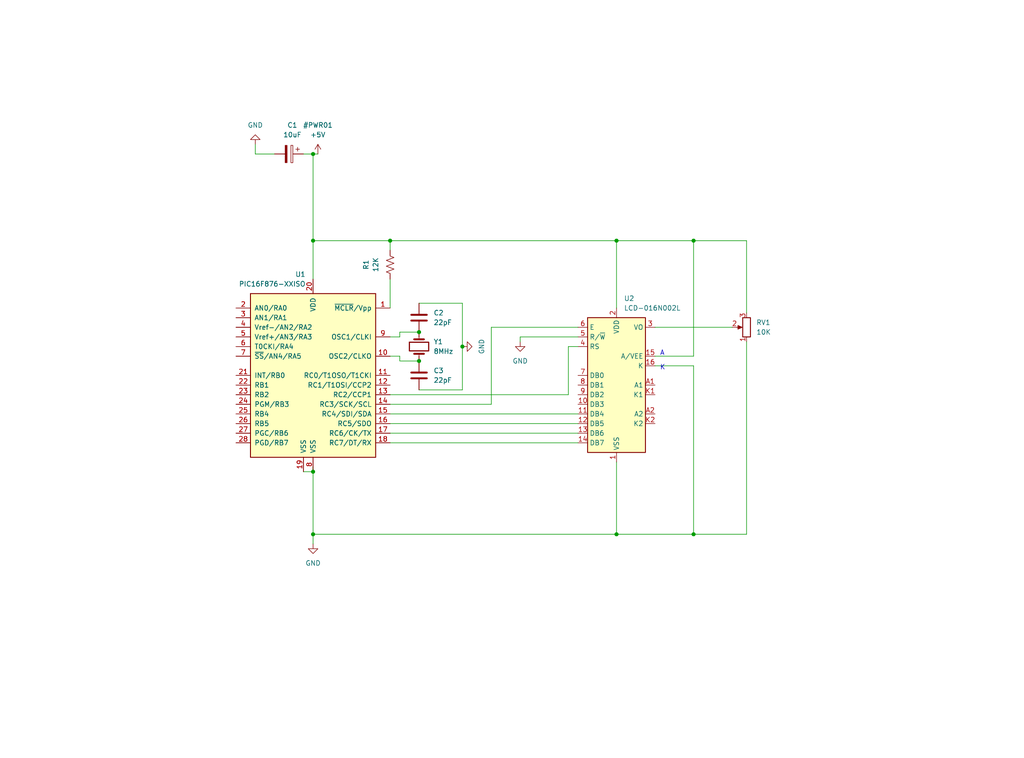
<source format=kicad_sch>
(kicad_sch (version 20230121) (generator eeschema)
  (paper "User" 270.002 200)
  (title_block (title "LCD16x2 Library Example with PIC16F876") (company "Ricardo Lima Caratti"))
  (lib_symbols
    (symbol "Device:C" (pin_numbers hide) (pin_names (offset 0.254))
      (property "Reference" "C" (at 0.635 2.54 0))
      (property "Value" "C" (at 0.635 -2.54 0))
      (symbol "C_0_1"
        (polyline (pts (xy -2.032 -0.762) (xy 2.032 -0.762)) (stroke (width 0.508)))
        (polyline (pts (xy -2.032 0.762) (xy 2.032 0.762)) (stroke (width 0.508)))
      )
      (symbol "C_1_1"
        (pin passive line (at 0 3.81 270) (length 2.794) (name "~") (number "1"))
        (pin passive line (at 0 -3.81 90) (length 2.794) (name "~") (number "2"))
      )
    )
    (symbol "Device:C_Polarized" (pin_numbers hide) (pin_names (offset 0.254))
      (property "Reference" "C" (at 0.635 2.54 0))
      (property "Value" "C_Polarized" (at 0.635 -2.54 0))
      (symbol "C_Polarized_0_1"
        (rectangle (start -2.286 0.508) (end 2.286 1.016))
        (polyline (pts (xy -1.778 2.286) (xy -0.762 2.286)))
        (polyline (pts (xy -1.27 2.794) (xy -1.27 1.778)))
        (rectangle (start 2.286 -0.508) (end -2.286 -1.016) (fill (type outline)))
      )
      (symbol "C_Polarized_1_1"
        (pin passive line (at 0 3.81 270) (length 2.794) (name "~") (number "1"))
        (pin passive line (at 0 -3.81 90) (length 2.794) (name "~") (number "2"))
      )
    )
    (symbol "Device:Crystal" (pin_numbers hide) (pin_names (offset 1.016) hide)
      (property "Reference" "Y" (at 0 3.81 0))
      (property "Value" "Crystal" (at 0 -3.81 0))
      (symbol "Crystal_0_1"
        (rectangle (start -1.143 2.54) (end 1.143 -2.54) (stroke (width 0.3048)))
        (polyline (pts (xy -2.54 0) (xy -1.905 0)))
        (polyline (pts (xy -1.905 -1.27) (xy -1.905 1.27)) (stroke (width 0.508)))
        (polyline (pts (xy 1.905 -1.27) (xy 1.905 1.27)) (stroke (width 0.508)))
        (polyline (pts (xy 2.54 0) (xy 1.905 0)))
      )
      (symbol "Crystal_1_1"
        (pin passive line (at -3.81 0 0) (length 1.27) (name "1") (number "1"))
        (pin passive line (at 3.81 0 180) (length 1.27) (name "2") (number "2"))
      )
    )
    (symbol "Device:R_Potentiometer" (pin_names (offset 1.016) hide)
      (property "Reference" "RV" (at -4.445 0 90))
      (property "Value" "R_Potentiometer" (at -2.54 0 90))
      (symbol "R_Potentiometer_0_1"
        (polyline (pts (xy 2.54 0) (xy 1.524 0)))
        (polyline (pts (xy 1.143 0) (xy 2.286 0.508) (xy 2.286 -0.508) (xy 1.143 0)) (fill (type outline)))
        (rectangle (start 1.016 2.54) (end -1.016 -2.54) (stroke (width 0.254)))
      )
      (symbol "R_Potentiometer_1_1"
        (pin passive line (at 0 3.81 270) (length 1.27) (name "1") (number "1"))
        (pin passive line (at 3.81 0 180) (length 1.27) (name "2") (number "2"))
        (pin passive line (at 0 -3.81 90) (length 1.27) (name "3") (number "3"))
      )
    )
    (symbol "Device:R_US" (pin_numbers hide) (pin_names (offset 0))
      (property "Reference" "R" (at 2.54 0 90))
      (property "Value" "R_US" (at -2.54 0 90))
      (symbol "R_US_0_1"
        (polyline (pts (xy 0 -2.286) (xy 0 -2.54)))
        (polyline (pts (xy 0 2.286) (xy 0 2.54)))
        (polyline (pts (xy 0 -0.762) (xy 1.016 -1.143) (xy 0 -1.524) (xy -1.016 -1.905) (xy 0 -2.286)))
        (polyline (pts (xy 0 0.762) (xy 1.016 0.381) (xy 0 0) (xy -1.016 -0.381) (xy 0 -0.762)))
        (polyline (pts (xy 0 2.286) (xy 1.016 1.905) (xy 0 1.524) (xy -1.016 1.143) (xy 0 0.762)))
      )
      (symbol "R_US_1_1"
        (pin passive line (at 0 3.81 270) (length 1.27) (name "~") (number "1"))
        (pin passive line (at 0 -3.81 90) (length 1.27) (name "~") (number "2"))
      )
    )
    (symbol "Display_Character:LCD-016N002L"
      (property "Reference" "U" (at -6.35 18.796 0))
      (property "Value" "LCD-016N002L" (at 8.636 18.796 0))
      (symbol "LCD-016N002L_1_1"
        (rectangle (start -7.62 17.78) (end 7.62 -17.78) (stroke (width 0.254)) (fill (type background)))
        (pin power_in line (at 0 -20.32 90) (length 2.54) (name "VSS") (number "1"))
        (pin bidirectional line (at -10.16 -5.08 0) (length 2.54) (name "DB3") (number "10"))
        (pin bidirectional line (at -10.16 -7.62 0) (length 2.54) (name "DB4") (number "11"))
        (pin bidirectional line (at -10.16 -10.16 0) (length 2.54) (name "DB5") (number "12"))
        (pin bidirectional line (at -10.16 -12.7 0) (length 2.54) (name "DB6") (number "13"))
        (pin bidirectional line (at -10.16 -15.24 0) (length 2.54) (name "DB7") (number "14"))
        (pin power_in line (at 10.16 7.62 180) (length 2.54) (name "A/VEE") (number "15"))
        (pin power_in line (at 10.16 5.08 180) (length 2.54) (name "K") (number "16"))
        (pin power_in line (at 0 20.32 270) (length 2.54) (name "VDD") (number "2"))
        (pin input line (at 10.16 15.24 180) (length 2.54) (name "VO") (number "3"))
        (pin input line (at -10.16 10.16 0) (length 2.54) (name "RS") (number "4"))
        (pin input line (at -10.16 12.7 0) (length 2.54) (name "R/~{W}") (number "5"))
        (pin input line (at -10.16 15.24 0) (length 2.54) (name "E") (number "6"))
        (pin bidirectional line (at -10.16 2.54 0) (length 2.54) (name "DB0") (number "7"))
        (pin bidirectional line (at -10.16 0 0) (length 2.54) (name "DB1") (number "8"))
        (pin bidirectional line (at -10.16 -2.54 0) (length 2.54) (name "DB2") (number "9"))
        (pin power_in line (at 10.16 0 180) (length 2.54) (name "A1") (number "A1"))
        (pin power_in line (at 10.16 -7.62 180) (length 2.54) (name "A2") (number "A2"))
        (pin power_in line (at 10.16 -2.54 180) (length 2.54) (name "K1") (number "K1"))
        (pin power_in line (at 10.16 -10.16 180) (length 2.54) (name "K2") (number "K2"))
      )
    )
    (symbol "MCU_Microchip_PIC16:PIC16F876-XXISO" (pin_names (offset 1.016))
      (property "Reference" "U" (at 2.54 25.4 0))
      (property "Value" "PIC16F876-XXISO" (at 2.54 22.86 0))
      (symbol "PIC16F876-XXISO_0_1"
        (rectangle (start -16.51 21.59) (end 16.51 -21.59) (stroke (width 0.254)) (fill (type background)))
      )
      (symbol "PIC16F876-XXISO_1_1"
        (pin input line (at -20.32 17.78 0) (length 3.81) (name "~{MCLR}/Vpp") (number "1"))
        (pin output line (at -20.32 5.08 0) (length 3.81) (name "OSC2/CLKO") (number "10"))
        (pin bidirectional line (at -20.32 0 0) (length 3.81) (name "RC0/T1OSO/T1CKI") (number "11"))
        (pin bidirectional line (at -20.32 -2.54 0) (length 3.81) (name "RC1/T1OSI/CCP2") (number "12"))
        (pin bidirectional line (at -20.32 -5.08 0) (length 3.81) (name "RC2/CCP1") (number "13"))
        (pin bidirectional line (at -20.32 -7.62 0) (length 3.81) (name "RC3/SCK/SCL") (number "14"))
        (pin bidirectional line (at -20.32 -10.16 0) (length 3.81) (name "RC4/SDI/SDA") (number "15"))
        (pin bidirectional line (at -20.32 -12.7 0) (length 3.81) (name "RC5/SDO") (number "16"))
        (pin bidirectional line (at -20.32 -15.24 0) (length 3.81) (name "RC6/CK/TX") (number "17"))
        (pin bidirectional line (at -20.32 -17.78 0) (length 3.81) (name "RC7/DT/RX") (number "18"))
        (pin power_in line (at 2.54 -25.4 90) (length 3.81) (name "VSS") (number "19"))
        (pin bidirectional line (at 20.32 17.78 180) (length 3.81) (name "AN0/RA0") (number "2"))
        (pin power_in line (at 0 25.4 270) (length 3.81) (name "VDD") (number "20"))
        (pin bidirectional line (at 20.32 0 180) (length 3.81) (name "INT/RB0") (number "21"))
        (pin bidirectional line (at 20.32 -2.54 180) (length 3.81) (name "RB1") (number "22"))
        (pin bidirectional line (at 20.32 -5.08 180) (length 3.81) (name "RB2") (number "23"))
        (pin bidirectional line (at 20.32 -7.62 180) (length 3.81) (name "PGM/RB3") (number "24"))
        (pin bidirectional line (at 20.32 -10.16 180) (length 3.81) (name "RB4") (number "25"))
        (pin bidirectional line (at 20.32 -12.7 180) (length 3.81) (name "RB5") (number "26"))
        (pin bidirectional line (at 20.32 -15.24 180) (length 3.81) (name "PGC/RB6") (number "27"))
        (pin bidirectional line (at 20.32 -17.78 180) (length 3.81) (name "PGD/RB7") (number "28"))
        (pin bidirectional line (at 20.32 15.24 180) (length 3.81) (name "AN1/RA1") (number "3"))
        (pin bidirectional line (at 20.32 12.7 180) (length 3.81) (name "Vref-/AN2/RA2") (number "4"))
        (pin bidirectional line (at 20.32 10.16 180) (length 3.81) (name "Vref+/AN3/RA3") (number "5"))
        (pin bidirectional line (at 20.32 7.62 180) (length 3.81) (name "T0CKI/RA4") (number "6"))
        (pin bidirectional line (at 20.32 5.08 180) (length 3.81) (name "~{SS}/AN4/RA5") (number "7"))
        (pin power_in line (at 0 -25.4 90) (length 3.81) (name "VSS") (number "8"))
        (pin input line (at -20.32 10.16 0) (length 3.81) (name "OSC1/CLKI") (number "9"))
      )
    )
    (symbol "power:+5V" (power) (pin_names (offset 0))
      (property "Value" "+5V" (at 0 3.556 0))
      (symbol "+5V_0_1"
        (polyline (pts (xy -0.762 1.27) (xy 0 2.54)))
        (polyline (pts (xy 0 0) (xy 0 2.54)))
        (polyline (pts (xy 0 2.54) (xy 0.762 1.27)))
      )
      (symbol "+5V_1_1"
        (pin power_in line (at 0 0 90) (length 0) hide (name "+5V") (number "1"))
      )
    )
    (symbol "power:GND" (power) (pin_names (offset 0))
      (property "Value" "GND" (at 0 -3.81 0))
      (symbol "GND_0_1"
        (polyline (pts (xy 0 0) (xy 0 -1.27) (xy 1.27 -1.27) (xy 0 -2.54) (xy -1.27 -1.27) (xy 0 -1.27)))
      )
      (symbol "GND_1_1"
        (pin power_in line (at 0 0 270) (length 0) hide (name "GND") (number "1"))
      )
    )
  )
  (junction (at 82.55 40.64))
  (junction (at 110.49 87.63))
  (junction (at 182.88 140.97))
  (junction (at 82.55 124.46))
  (junction (at 110.49 95.25))
  (junction (at 102.87 63.5))
  (junction (at 121.92 91.44))
  (junction (at 162.56 140.97))
  (junction (at 82.55 140.97))
  (junction (at 182.88 63.5))
  (junction (at 162.56 63.5))
  (junction (at 82.55 63.5))
  (wire (pts (xy 102.87 116.84) (xy 152.4 116.84)))
  (wire (pts (xy 105.41 93.98) (xy 105.41 95.25)))
  (wire (pts (xy 172.72 96.52) (xy 182.88 96.52)))
  (wire (pts (xy 121.92 80.01) (xy 121.92 91.44)))
  (wire (pts (xy 102.87 104.14) (xy 149.86 104.14)))
  (wire (pts (xy 182.88 140.97) (xy 196.85 140.97)))
  (wire (pts (xy 182.88 63.5) (xy 182.88 93.98)))
  (wire (pts (xy 149.86 104.14) (xy 149.86 91.44)))
  (wire (pts (xy 196.85 90.17) (xy 196.85 140.97)))
  (wire (pts (xy 162.56 121.92) (xy 162.56 140.97)))
  (wire (pts (xy 72.39 40.64) (xy 67.31 40.64)))
  (wire (pts (xy 110.49 102.87) (xy 121.92 102.87)))
  (wire (pts (xy 102.87 63.5) (xy 162.56 63.5)))
  (wire (pts (xy 162.56 81.28) (xy 162.56 63.5)))
  (wire (pts (xy 80.01 40.64) (xy 82.55 40.64)))
  (wire (pts (xy 102.87 73.66) (xy 102.87 81.28)))
  (wire (pts (xy 105.41 88.9) (xy 105.41 87.63)))
  (wire (pts (xy 105.41 87.63) (xy 110.49 87.63)))
  (wire (pts (xy 196.85 82.55) (xy 196.85 63.5)))
  (wire (pts (xy 149.86 91.44) (xy 152.4 91.44)))
  (wire (pts (xy 102.87 109.22) (xy 152.4 109.22)))
  (wire (pts (xy 82.55 124.46) (xy 82.55 140.97)))
  (wire (pts (xy 182.88 96.52) (xy 182.88 140.97)))
  (wire (pts (xy 82.55 140.97) (xy 82.55 143.51)))
  (wire (pts (xy 102.87 111.76) (xy 152.4 111.76)))
  (wire (pts (xy 152.4 88.9) (xy 137.16 88.9)))
  (wire (pts (xy 152.4 86.36) (xy 129.54 86.36)))
  (wire (pts (xy 105.41 95.25) (xy 110.49 95.25)))
  (wire (pts (xy 82.55 140.97) (xy 162.56 140.97)))
  (wire (pts (xy 82.55 40.64) (xy 83.82 40.64)))
  (wire (pts (xy 80.01 124.46) (xy 82.55 124.46)))
  (wire (pts (xy 121.92 91.44) (xy 121.92 102.87)))
  (wire (pts (xy 67.31 38.1) (xy 67.31 40.64)))
  (wire (pts (xy 102.87 63.5) (xy 102.87 66.04)))
  (wire (pts (xy 102.87 88.9) (xy 105.41 88.9)))
  (wire (pts (xy 82.55 63.5) (xy 82.55 73.66)))
  (wire (pts (xy 172.72 93.98) (xy 182.88 93.98)))
  (wire (pts (xy 102.87 114.3) (xy 152.4 114.3)))
  (wire (pts (xy 162.56 63.5) (xy 182.88 63.5)))
  (wire (pts (xy 82.55 123.19) (xy 82.55 124.46)))
  (wire (pts (xy 82.55 63.5) (xy 102.87 63.5)))
  (wire (pts (xy 137.16 88.9) (xy 137.16 90.17)))
  (wire (pts (xy 82.55 40.64) (xy 82.55 63.5)))
  (wire (pts (xy 102.87 93.98) (xy 105.41 93.98)))
  (wire (pts (xy 162.56 140.97) (xy 182.88 140.97)))
  (wire (pts (xy 129.54 86.36) (xy 129.54 106.68)))
  (wire (pts (xy 110.49 80.01) (xy 121.92 80.01)))
  (wire (pts (xy 129.54 106.68) (xy 102.87 106.68)))
  (wire (pts (xy 172.72 86.36) (xy 193.04 86.36)))
  (wire (pts (xy 182.88 63.5) (xy 196.85 63.5)))
  (text "K" (at 173.99 97.79 0) (effects (font (size 1.27 1.27)) (justify left bottom)))
  (text "A" (at 173.99 93.98 0) (effects (font (size 1.27 1.27)) (justify left bottom)))
  (symbol (lib_id "Display_Character:LCD-016N002L") (at 162.56 101.6 0) (unit 1)
    (property "Reference" "U2" (at 164.5159 78.74 0) (effects (justify left)))
    (property "Value" "LCD-016N002L" (at 164.5159 81.28 0) (effects (justify left)))
    (property "Footprint" "Display:LCD-016N002L" (effects hide))
    (property "Datasheet" "http://www.vishay.com/docs/37299/37299.pdf" (effects hide))
  )
  (symbol (lib_id "Device:R_US") (at 102.87 69.85 180) (unit 1)
    (property "Reference" "R1" (at 96.52 69.85 90))
    (property "Value" "12K" (at 99.06 69.85 90))
  )
  (symbol (lib_id "Device:C_Polarized") (at 76.2 40.64 270) (unit 1)
    (property "Reference" "C1" (at 77.089 33.02 90))
    (property "Value" "10uF" (at 77.089 35.56 90))
  )
  (symbol (lib_id "power:GND") (at 82.55 143.51 0) (unit 1)
    (property "Reference" "#PWR03" (effects hide))
    (property "Value" "GND" (at 82.55 148.59 0))
  )
  (symbol (lib_id "power:GND") (at 121.92 91.44 90) (unit 1)
    (property "Reference" "#PWR05" (effects hide))
    (property "Value" "GND" (at 127 91.44 0))
  )
  (symbol (lib_id "Device:C") (at 110.49 83.82 0) (unit 1)
    (property "Reference" "C2" (at 114.3 82.55 0) (effects (justify left)))
    (property "Value" "22pF" (at 114.3 85.09 0) (effects (justify left)))
  )
  (symbol (lib_id "power:GND") (at 67.31 38.1 180) (unit 1)
    (property "Reference" "#PWR04" (effects hide))
    (property "Value" "GND" (at 67.31 33.02 0))
  )
  (symbol (lib_id "Device:Crystal") (at 110.49 91.44 270) (unit 1)
    (property "Reference" "Y1" (at 114.3 90.17 90) (effects (justify left)))
    (property "Value" "8MHz" (at 114.3 92.71 90) (effects (justify left)))
  )
  (symbol (lib_id "power:+5V") (at 83.82 40.64 0) (unit 1)
    (property "Reference" "#PWR01" (at 83.82 33.02 0))
    (property "Value" "+5V" (at 83.82 35.56 0))
  )
  (symbol (lib_id "MCU_Microchip_PIC16:PIC16F876-XXISO") (at 82.55 99.06 0) (mirror y) (unit 1)
    (property "Reference" "U1" (at 80.5941 72.39 0) (effects (justify left)))
    (property "Value" "PIC16F876-XXISO" (at 80.5941 74.93 0) (effects (justify left)))
    (property "Datasheet" "http://ww1.microchip.com/downloads/en/DeviceDoc/30292C.pdf" (effects hide))
  )
  (symbol (lib_id "power:GND") (at 137.16 90.17 0) (unit 1)
    (property "Reference" "#PWR02" (effects hide))
    (property "Value" "GND" (at 137.16 95.25 0))
  )
  (symbol (lib_id "Device:R_Potentiometer") (at 196.85 86.36 180) (unit 1)
    (property "Reference" "RV1" (at 199.39 85.09 0) (effects (justify right)))
    (property "Value" "10K" (at 199.39 87.63 0) (effects (justify right)))
  )
  (symbol (lib_id "Device:C") (at 110.49 99.06 0) (unit 1)
    (property "Reference" "C3" (at 114.3 97.79 0) (effects (justify left)))
    (property "Value" "22pF" (at 114.3 100.33 0) (effects (justify left)))
  )
)
</source>
